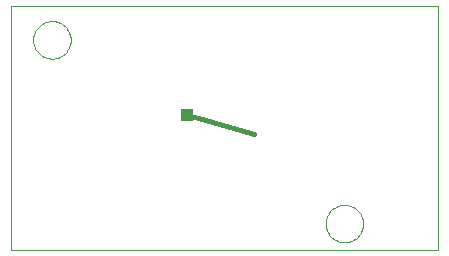
<source format=gbl>
G75*
%MOIN*%
%OFA0B0*%
%FSLAX24Y24*%
%IPPOS*%
%LPD*%
%AMOC8*
5,1,8,0,0,1.08239X$1,22.5*
%
%ADD10C,0.0000*%
%ADD11C,0.0160*%
%ADD12R,0.0396X0.0396*%
D10*
X000100Y000318D02*
X000100Y008439D01*
X014345Y008439D01*
X014345Y000318D01*
X000100Y000318D01*
X010600Y001193D02*
X010602Y001243D01*
X010608Y001292D01*
X010618Y001341D01*
X010631Y001388D01*
X010649Y001435D01*
X010670Y001480D01*
X010694Y001523D01*
X010722Y001564D01*
X010753Y001603D01*
X010787Y001639D01*
X010824Y001673D01*
X010864Y001703D01*
X010905Y001730D01*
X010949Y001754D01*
X010994Y001774D01*
X011041Y001790D01*
X011089Y001803D01*
X011138Y001812D01*
X011188Y001817D01*
X011237Y001818D01*
X011287Y001815D01*
X011336Y001808D01*
X011385Y001797D01*
X011432Y001783D01*
X011478Y001764D01*
X011523Y001742D01*
X011566Y001717D01*
X011606Y001688D01*
X011644Y001656D01*
X011680Y001622D01*
X011713Y001584D01*
X011742Y001544D01*
X011768Y001502D01*
X011791Y001458D01*
X011810Y001412D01*
X011826Y001365D01*
X011838Y001316D01*
X011846Y001267D01*
X011850Y001218D01*
X011850Y001168D01*
X011846Y001119D01*
X011838Y001070D01*
X011826Y001021D01*
X011810Y000974D01*
X011791Y000928D01*
X011768Y000884D01*
X011742Y000842D01*
X011713Y000802D01*
X011680Y000764D01*
X011644Y000730D01*
X011606Y000698D01*
X011566Y000669D01*
X011523Y000644D01*
X011478Y000622D01*
X011432Y000603D01*
X011385Y000589D01*
X011336Y000578D01*
X011287Y000571D01*
X011237Y000568D01*
X011188Y000569D01*
X011138Y000574D01*
X011089Y000583D01*
X011041Y000596D01*
X010994Y000612D01*
X010949Y000632D01*
X010905Y000656D01*
X010864Y000683D01*
X010824Y000713D01*
X010787Y000747D01*
X010753Y000783D01*
X010722Y000822D01*
X010694Y000863D01*
X010670Y000906D01*
X010649Y000951D01*
X010631Y000998D01*
X010618Y001045D01*
X010608Y001094D01*
X010602Y001143D01*
X010600Y001193D01*
X000850Y007318D02*
X000852Y007368D01*
X000858Y007417D01*
X000868Y007466D01*
X000881Y007513D01*
X000899Y007560D01*
X000920Y007605D01*
X000944Y007648D01*
X000972Y007689D01*
X001003Y007728D01*
X001037Y007764D01*
X001074Y007798D01*
X001114Y007828D01*
X001155Y007855D01*
X001199Y007879D01*
X001244Y007899D01*
X001291Y007915D01*
X001339Y007928D01*
X001388Y007937D01*
X001438Y007942D01*
X001487Y007943D01*
X001537Y007940D01*
X001586Y007933D01*
X001635Y007922D01*
X001682Y007908D01*
X001728Y007889D01*
X001773Y007867D01*
X001816Y007842D01*
X001856Y007813D01*
X001894Y007781D01*
X001930Y007747D01*
X001963Y007709D01*
X001992Y007669D01*
X002018Y007627D01*
X002041Y007583D01*
X002060Y007537D01*
X002076Y007490D01*
X002088Y007441D01*
X002096Y007392D01*
X002100Y007343D01*
X002100Y007293D01*
X002096Y007244D01*
X002088Y007195D01*
X002076Y007146D01*
X002060Y007099D01*
X002041Y007053D01*
X002018Y007009D01*
X001992Y006967D01*
X001963Y006927D01*
X001930Y006889D01*
X001894Y006855D01*
X001856Y006823D01*
X001816Y006794D01*
X001773Y006769D01*
X001728Y006747D01*
X001682Y006728D01*
X001635Y006714D01*
X001586Y006703D01*
X001537Y006696D01*
X001487Y006693D01*
X001438Y006694D01*
X001388Y006699D01*
X001339Y006708D01*
X001291Y006721D01*
X001244Y006737D01*
X001199Y006757D01*
X001155Y006781D01*
X001114Y006808D01*
X001074Y006838D01*
X001037Y006872D01*
X001003Y006908D01*
X000972Y006947D01*
X000944Y006988D01*
X000920Y007031D01*
X000899Y007076D01*
X000881Y007123D01*
X000868Y007170D01*
X000858Y007219D01*
X000852Y007268D01*
X000850Y007318D01*
D11*
X005975Y004818D02*
X006475Y004693D01*
X008225Y004193D01*
D12*
X005975Y004818D03*
M02*

</source>
